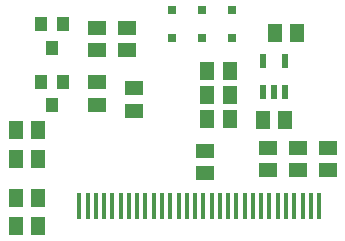
<source format=gbr>
G04 EAGLE Gerber RS-274X export*
G75*
%MOMM*%
%FSLAX34Y34*%
%LPD*%
%INSolderpaste Bottom*%
%IPPOS*%
%AMOC8*
5,1,8,0,0,1.08239X$1,22.5*%
G01*
%ADD10R,0.350000X2.200000*%
%ADD11R,1.500000X1.300000*%
%ADD12R,0.550000X1.200000*%
%ADD13R,1.300000X1.500000*%
%ADD14R,0.800000X0.800000*%
%ADD15R,1.000000X1.270000*%


D10*
X74020Y133420D03*
X81020Y133420D03*
X88020Y133420D03*
X95020Y133420D03*
X102020Y133420D03*
X109020Y133420D03*
X116020Y133420D03*
X123020Y133420D03*
X130020Y133420D03*
X137020Y133420D03*
X144020Y133420D03*
X151020Y133420D03*
X158020Y133420D03*
X165020Y133420D03*
X172020Y133420D03*
X179020Y133420D03*
X186020Y133420D03*
X193020Y133420D03*
X200020Y133420D03*
X207020Y133420D03*
X214020Y133420D03*
X221020Y133420D03*
X228020Y133420D03*
X235020Y133420D03*
X242020Y133420D03*
X249020Y133420D03*
X256020Y133420D03*
X263020Y133420D03*
X270020Y133420D03*
X277020Y133420D03*
D11*
X180340Y179680D03*
X180340Y160680D03*
D12*
X248260Y229569D03*
X238760Y229569D03*
X229260Y229569D03*
X229260Y255571D03*
X248260Y255571D03*
D13*
X258420Y279400D03*
X239420Y279400D03*
X248260Y205740D03*
X229260Y205740D03*
D14*
X203200Y299020D03*
X203200Y275020D03*
X177800Y299020D03*
X177800Y275020D03*
X152400Y299020D03*
X152400Y275020D03*
D13*
X182270Y247650D03*
X201270Y247650D03*
X182270Y227330D03*
X201270Y227330D03*
X182270Y207010D03*
X201270Y207010D03*
D11*
X120650Y232940D03*
X120650Y213940D03*
X88900Y283820D03*
X88900Y264820D03*
X88900Y219020D03*
X88900Y238020D03*
X114300Y264820D03*
X114300Y283820D03*
D15*
X50800Y218520D03*
X60300Y238520D03*
X41300Y238520D03*
X50800Y266860D03*
X60300Y286860D03*
X41300Y286860D03*
D11*
X233680Y182220D03*
X233680Y163220D03*
D13*
X20320Y115880D03*
X39320Y115880D03*
X20320Y140010D03*
X39320Y140010D03*
D11*
X284480Y182220D03*
X284480Y163220D03*
D13*
X39320Y197080D03*
X20320Y197080D03*
D11*
X259080Y182220D03*
X259080Y163220D03*
D13*
X39320Y172950D03*
X20320Y172950D03*
M02*

</source>
